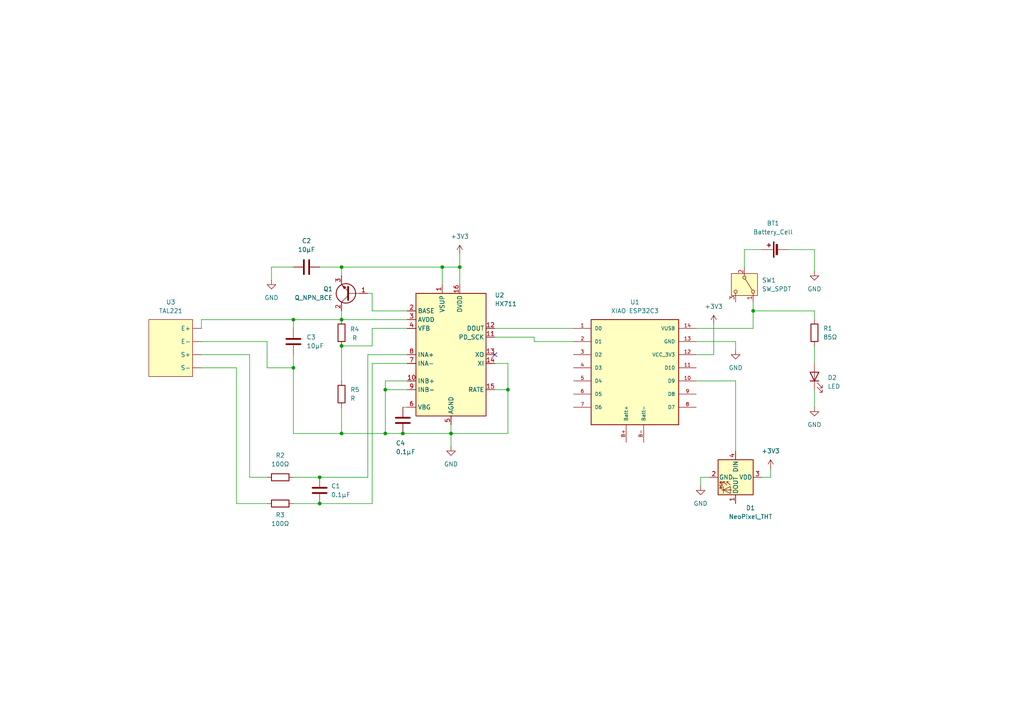
<source format=kicad_sch>
(kicad_sch (version 20250114) (generator "eeschema") (generator_version "9.0")
  (paper "A4")
  (title_block (title "Sensor Device: Smart Coaster") (date "2026-02-02") (rev "v2.0") (company "Smart Water Intake Tracker") (comment 1 "Zihan Yang"))
  (lib_symbols
    (symbol "4xxx_IEEE:TAL221"
      (property "Reference" "U" (at 0 11.938 0))
      (property "Value" "TAL221" (at -0.254 9.652 0))
      (symbol "TAL221_1_1"
        (rectangle (start -6.35 7.62) (end 6.35 -8.89) (fill (type color) (color 255 255 194 1)))
        (pin input line (at 8.89 5.08 180) (length 2.54) (name "E+") (number ""))
        (pin input line (at 8.89 1.27 180) (length 2.54) (name "E-") (number ""))
        (pin input line (at 8.89 -2.54 180) (length 2.54) (name "S+") (number ""))
        (pin input line (at 8.89 -6.35 180) (length 2.54) (name "S-") (number ""))
      )
    )
    (symbol "Analog_ADC:HX711"
      (property "Reference" "U" (at 5.08 21.59 0))
      (property "Value" "HX711" (at 7.62 19.05 0))
      (symbol "HX711_0_1"
        (rectangle (start -10.16 17.78) (end 10.16 -17.78) (stroke (width 0.254)) (fill (type background)))
      )
      (symbol "HX711_1_1"
        (pin passive line (at -12.7 12.7 0) (length 2.54) (name "BASE") (number "2"))
        (pin power_in line (at -12.7 10.16 0) (length 2.54) (name "AVDD") (number "3"))
        (pin input line (at -12.7 7.62 0) (length 2.54) (name "VFB") (number "4"))
        (pin input line (at -12.7 0 0) (length 2.54) (name "INA+") (number "8"))
        (pin input line (at -12.7 -2.54 0) (length 2.54) (name "INA-") (number "7"))
        (pin input line (at -12.7 -7.62 0) (length 2.54) (name "INB+") (number "10"))
        (pin input line (at -12.7 -10.16 0) (length 2.54) (name "INB-") (number "9"))
        (pin passive line (at -12.7 -15.24 0) (length 2.54) (name "VBG") (number "6"))
        (pin power_in line (at -2.54 20.32 270) (length 2.54) (name "VSUP") (number "1"))
        (pin power_in line (at 0 -20.32 90) (length 2.54) (name "AGND") (number "5"))
        (pin power_in line (at 2.54 20.32 270) (length 2.54) (name "DVDD") (number "16"))
        (pin output line (at 12.7 7.62 180) (length 2.54) (name "DOUT") (number "12"))
        (pin input line (at 12.7 5.08 180) (length 2.54) (name "PD_SCK") (number "11"))
        (pin passive line (at 12.7 0 180) (length 2.54) (name "XO") (number "13"))
        (pin passive line (at 12.7 -2.54 180) (length 2.54) (name "XI") (number "14"))
        (pin input line (at 12.7 -10.16 180) (length 2.54) (name "RATE") (number "15"))
      )
    )
    (symbol "Device:Battery_Cell" (pin_numbers (hide yes)) (pin_names (offset 0) (hide yes))
      (property "Reference" "BT" (at 2.54 2.54 0))
      (property "Value" "Battery_Cell" (at 2.54 0 0))
      (symbol "Battery_Cell_0_1"
        (rectangle (start -2.286 1.778) (end 2.286 1.524) (fill (type outline)))
        (rectangle (start -1.524 1.016) (end 1.524 0.508) (fill (type outline)))
        (polyline (pts (xy 0 1.778) (xy 0 2.54)))
        (polyline (pts (xy 0 0.762) (xy 0 0)))
        (polyline (pts (xy 0.762 3.048) (xy 1.778 3.048)) (stroke (width 0.254)))
        (polyline (pts (xy 1.27 3.556) (xy 1.27 2.54)) (stroke (width 0.254)))
      )
      (symbol "Battery_Cell_1_1"
        (pin passive line (at 0 5.08 270) (length 2.54) (name "+") (number "1"))
        (pin passive line (at 0 -2.54 90) (length 2.54) (name "-") (number "2"))
      )
    )
    (symbol "Device:C" (pin_numbers (hide yes)) (pin_names (offset 0.254))
      (property "Reference" "C" (at 0.635 2.54 0))
      (property "Value" "C" (at 0.635 -2.54 0))
      (symbol "C_0_1"
        (polyline (pts (xy -2.032 0.762) (xy 2.032 0.762)) (stroke (width 0.508)))
        (polyline (pts (xy -2.032 -0.762) (xy 2.032 -0.762)) (stroke (width 0.508)))
      )
      (symbol "C_1_1"
        (pin passive line (at 0 3.81 270) (length 2.794) (name "~") (number "1"))
        (pin passive line (at 0 -3.81 90) (length 2.794) (name "~") (number "2"))
      )
    )
    (symbol "Device:LED" (pin_numbers (hide yes)) (pin_names (offset 1.016) (hide yes))
      (property "Reference" "D" (at 0 2.54 0))
      (property "Value" "LED" (at 0 -2.54 0))
      (symbol "LED_0_1"
        (polyline (pts (xy -3.048 -0.762) (xy -4.572 -2.286) (xy -3.81 -2.286) (xy -4.572 -2.286) (xy -4.572 -1.524)))
        (polyline (pts (xy -1.778 -0.762) (xy -3.302 -2.286) (xy -2.54 -2.286) (xy -3.302 -2.286) (xy -3.302 -1.524)))
        (polyline (pts (xy -1.27 0) (xy 1.27 0)))
        (polyline (pts (xy -1.27 -1.27) (xy -1.27 1.27)) (stroke (width 0.254)))
        (polyline (pts (xy 1.27 -1.27) (xy 1.27 1.27) (xy -1.27 0) (xy 1.27 -1.27)) (stroke (width 0.254)))
      )
      (symbol "LED_1_1"
        (pin passive line (at -3.81 0 0) (length 2.54) (name "K") (number "1"))
        (pin passive line (at 3.81 0 180) (length 2.54) (name "A") (number "2"))
      )
    )
    (symbol "Device:R" (pin_numbers (hide yes)) (pin_names (offset 0))
      (property "Reference" "R" (at 2.032 0 90))
      (property "Value" "R" (at 0 0 90))
      (symbol "R_0_1"
        (rectangle (start -1.016 -2.54) (end 1.016 2.54) (stroke (width 0.254)))
      )
      (symbol "R_1_1"
        (pin passive line (at 0 3.81 270) (length 1.27) (name "~") (number "1"))
        (pin passive line (at 0 -3.81 90) (length 1.27) (name "~") (number "2"))
      )
    )
    (symbol "LED:NeoPixel_THT" (pin_names (offset 0.254))
      (property "Reference" "D" (at 5.08 5.715 0))
      (property "Value" "NeoPixel_THT" (at 1.27 -5.715 0))
      (symbol "NeoPixel_THT_0_0"
        (text "RGB" (at 2.286 -4.191 0) (effects (font (size 0.762 0.762))))
      )
      (symbol "NeoPixel_THT_0_1"
        (polyline (pts (xy 1.27 -2.54) (xy 1.778 -2.54)))
        (polyline (pts (xy 1.27 -3.556) (xy 1.778 -3.556)))
        (polyline (pts (xy 2.286 -1.524) (xy 1.27 -2.54) (xy 1.27 -2.032)))
        (polyline (pts (xy 2.286 -2.54) (xy 1.27 -3.556) (xy 1.27 -3.048)))
        (polyline (pts (xy 3.683 -1.016) (xy 3.683 -3.556) (xy 3.683 -4.064)))
        (polyline (pts (xy 4.699 -1.524) (xy 2.667 -1.524) (xy 3.683 -3.556) (xy 4.699 -1.524)))
        (polyline (pts (xy 4.699 -3.556) (xy 2.667 -3.556)))
        (rectangle (start 5.08 5.08) (end -5.08 -5.08) (stroke (width 0.254)) (fill (type background)))
      )
      (symbol "NeoPixel_THT_1_1"
        (pin input line (at -7.62 0 0) (length 2.54) (name "DIN") (number "4"))
        (pin power_in line (at 0 7.62 270) (length 2.54) (name "VDD") (number "3"))
        (pin power_in line (at 0 -7.62 90) (length 2.54) (name "GND") (number "2"))
        (pin output line (at 7.62 0 180) (length 2.54) (name "DOUT") (number "1"))
      )
    )
    (symbol "Switch:SW_SPDT" (pin_names (offset 0) (hide yes))
      (property "Reference" "SW" (at 0 5.08 0))
      (property "Value" "SW_SPDT" (at 0 -5.08 0))
      (symbol "SW_SPDT_0_1"
        (circle (center -2.032 0) (radius 0.4572))
        (polyline (pts (xy -1.651 0.254) (xy 1.651 2.286)))
        (circle (center 2.032 2.54) (radius 0.4572))
        (circle (center 2.032 -2.54) (radius 0.4572))
      )
      (symbol "SW_SPDT_1_1"
        (rectangle (start -3.175 3.81) (end 3.175 -3.81) (fill (type background)))
        (pin passive line (at -5.08 0 0) (length 2.54) (name "B") (number "2"))
        (pin passive line (at 5.08 2.54 180) (length 2.54) (name "A") (number "1"))
        (pin passive line (at 5.08 -2.54 180) (length 2.54) (name "C") (number "3"))
      )
    )
    (symbol "Transistor_BJT:Q_NPN_BCE" (pin_names (offset 0) (hide yes))
      (property "Reference" "Q" (at 5.08 1.27 0))
      (property "Value" "Q_NPN_BCE" (at 5.08 -1.27 0))
      (symbol "Q_NPN_BCE_0_1"
        (polyline (pts (xy -2.54 0) (xy 0.635 0)))
        (polyline (pts (xy 0.635 1.905) (xy 0.635 -1.905)) (stroke (width 0.508)))
        (circle (center 1.27 0) (radius 2.8194) (stroke (width 0.254)))
      )
      (symbol "Q_NPN_BCE_1_1"
        (polyline (pts (xy 0.635 0.635) (xy 2.54 2.54)))
        (polyline (pts (xy 0.635 -0.635) (xy 2.54 -2.54)))
        (polyline (pts (xy 1.27 -1.778) (xy 1.778 -1.27) (xy 2.286 -2.286) (xy 1.27 -1.778)) (fill (type outline)))
        (pin input line (at -5.08 0 0) (length 2.54) (name "B") (number "1"))
        (pin passive line (at 2.54 5.08 270) (length 2.54) (name "C") (number "2"))
        (pin passive line (at 2.54 -5.08 90) (length 2.54) (name "E") (number "3"))
      )
    )
    (symbol "power:+3V3" (power) (pin_numbers (hide yes)) (pin_names (offset 0) (hide yes))
      (property "Value" "+3V3" (at 0 3.556 0))
      (symbol "+3V3_0_1"
        (polyline (pts (xy -0.762 1.27) (xy 0 2.54)))
        (polyline (pts (xy 0 2.54) (xy 0.762 1.27)))
        (polyline (pts (xy 0 0) (xy 0 2.54)))
      )
      (symbol "+3V3_1_1"
        (pin power_in line (at 0 0 90) (length 0) (name "~") (number "1"))
      )
    )
    (symbol "power:GND" (power) (pin_numbers (hide yes)) (pin_names (offset 0) (hide yes))
      (property "Value" "GND" (at 0 -3.81 0))
      (symbol "GND_0_1"
        (polyline (pts (xy 0 0) (xy 0 -1.27) (xy 1.27 -1.27) (xy 0 -2.54) (xy -1.27 -1.27) (xy 0 -1.27)))
      )
      (symbol "GND_1_1"
        (pin power_in line (at 0 0 270) (length 0) (name "~") (number "1"))
      )
    )
    (symbol "xiao_esp32c3:XIAO ESP32C3" (pin_names (offset 1.016))
      (property "Reference" "U" (at -12.7 16.002 0))
      (property "Value" "XIAO ESP32C3" (at 7.62 -19.05 0))
      (symbol "XIAO ESP32C3_0_0"
        (rectangle (start -12.7 15.24) (end 12.7 -15.24) (stroke (width 0.254)) (fill (type background)))
        (pin bidirectional line (at -17.78 12.7 0) (length 5.08) (name "D0") (number "1"))
        (pin bidirectional line (at -17.78 8.89 0) (length 5.08) (name "D1") (number "2"))
        (pin bidirectional line (at -17.78 5.08 0) (length 5.08) (name "D2") (number "3"))
        (pin bidirectional line (at -17.78 1.27 0) (length 5.08) (name "D3") (number "4"))
        (pin bidirectional line (at -17.78 -2.54 0) (length 5.08) (name "D4") (number "5"))
        (pin bidirectional line (at -17.78 -6.35 0) (length 5.08) (name "D5") (number "6"))
        (pin power_in line (at 17.78 12.7 180) (length 5.08) (name "VUSB") (number "14"))
        (pin power_in line (at 17.78 8.89 180) (length 5.08) (name "GND") (number "13"))
        (pin power_in line (at 17.78 5.08 180) (length 5.08) (name "VCC_3V3") (number "12"))
        (pin bidirectional line (at 17.78 1.27 180) (length 5.08) (name "D10") (number "11"))
        (pin bidirectional line (at 17.78 -2.54 180) (length 5.08) (name "D9") (number "10"))
        (pin bidirectional line (at 17.78 -6.35 180) (length 5.08) (name "D8") (number "9"))
      )
      (symbol "XIAO ESP32C3_1_0"
        (pin bidirectional line (at -17.78 -10.16 0) (length 5.08) (name "D6") (number "7"))
        (pin power_in line (at -2.54 -20.32 90) (length 5.08) (name "Batt+") (number "B+"))
        (pin power_in line (at 2.54 -20.32 90) (length 5.08) (name "Batt-") (number "B-"))
        (pin bidirectional line (at 17.78 -10.16 180) (length 5.08) (name "D7") (number "8"))
      )
    )
  )
  (junction (at 111.76 125.73))
  (junction (at 218.44 90.17))
  (junction (at 111.76 113.03))
  (junction (at 133.35 77.47))
  (junction (at 130.81 125.73))
  (junction (at 99.06 125.73))
  (junction (at 128.27 77.47))
  (junction (at 99.06 92.71))
  (junction (at 147.32 113.03))
  (junction (at 99.06 100.33))
  (junction (at 116.84 125.73))
  (junction (at 99.06 77.47))
  (junction (at 92.71 146.05))
  (junction (at 85.09 106.68))
  (junction (at 92.71 138.43))
  (junction (at 85.09 92.71))
  (no_connect (at 143.51 102.87))
  (wire (pts (xy 218.44 95.25) (xy 218.44 90.17)))
  (wire (pts (xy 220.98 138.43) (xy 223.52 138.43)))
  (wire (pts (xy 92.71 138.43) (xy 106.68 138.43)))
  (wire (pts (xy 143.51 97.79) (xy 154.94 97.79)))
  (wire (pts (xy 106.68 102.87) (xy 106.68 138.43)))
  (wire (pts (xy 118.11 105.41) (xy 107.95 105.41)))
  (wire (pts (xy 106.68 85.09) (xy 107.95 85.09)))
  (wire (pts (xy 99.06 90.17) (xy 99.06 92.71)))
  (wire (pts (xy 58.42 106.68) (xy 68.58 106.68)))
  (wire (pts (xy 236.22 92.71) (xy 236.22 90.17)))
  (wire (pts (xy 72.39 138.43) (xy 77.47 138.43)))
  (wire (pts (xy 92.71 77.47) (xy 99.06 77.47)))
  (wire (pts (xy 107.95 100.33) (xy 99.06 100.33)))
  (wire (pts (xy 111.76 125.73) (xy 116.84 125.73)))
  (wire (pts (xy 77.47 99.06) (xy 58.42 99.06)))
  (wire (pts (xy 58.42 102.87) (xy 72.39 102.87)))
  (wire (pts (xy 201.93 95.25) (xy 218.44 95.25)))
  (wire (pts (xy 236.22 113.03) (xy 236.22 118.11)))
  (wire (pts (xy 147.32 125.73) (xy 130.81 125.73)))
  (wire (pts (xy 228.6 72.39) (xy 236.22 72.39)))
  (wire (pts (xy 236.22 100.33) (xy 236.22 105.41)))
  (wire (pts (xy 78.74 81.28) (xy 78.74 77.47)))
  (wire (pts (xy 143.51 113.03) (xy 147.32 113.03)))
  (wire (pts (xy 130.81 125.73) (xy 130.81 129.54)))
  (wire (pts (xy 213.36 99.06) (xy 213.36 101.6)))
  (wire (pts (xy 133.35 77.47) (xy 133.35 82.55)))
  (wire (pts (xy 99.06 80.01) (xy 99.06 77.47)))
  (wire (pts (xy 116.84 125.73) (xy 130.81 125.73)))
  (wire (pts (xy 154.94 99.06) (xy 166.37 99.06)))
  (wire (pts (xy 92.71 146.05) (xy 107.95 146.05)))
  (wire (pts (xy 213.36 110.49) (xy 213.36 130.81)))
  (wire (pts (xy 215.9 72.39) (xy 220.98 72.39)))
  (wire (pts (xy 201.93 102.87) (xy 207.01 102.87)))
  (wire (pts (xy 143.51 105.41) (xy 147.32 105.41)))
  (wire (pts (xy 147.32 105.41) (xy 147.32 113.03)))
  (wire (pts (xy 72.39 102.87) (xy 72.39 138.43)))
  (wire (pts (xy 99.06 77.47) (xy 128.27 77.47)))
  (wire (pts (xy 99.06 118.11) (xy 99.06 125.73)))
  (wire (pts (xy 85.09 146.05) (xy 92.71 146.05)))
  (wire (pts (xy 218.44 90.17) (xy 236.22 90.17)))
  (wire (pts (xy 85.09 92.71) (xy 99.06 92.71)))
  (wire (pts (xy 85.09 125.73) (xy 99.06 125.73)))
  (wire (pts (xy 107.95 95.25) (xy 107.95 100.33)))
  (wire (pts (xy 223.52 138.43) (xy 223.52 135.89)))
  (wire (pts (xy 215.9 77.47) (xy 215.9 72.39)))
  (wire (pts (xy 236.22 72.39) (xy 236.22 78.74)))
  (wire (pts (xy 107.95 95.25) (xy 118.11 95.25)))
  (wire (pts (xy 154.94 97.79) (xy 154.94 99.06)))
  (wire (pts (xy 107.95 85.09) (xy 107.95 90.17)))
  (wire (pts (xy 77.47 106.68) (xy 85.09 106.68)))
  (wire (pts (xy 201.93 99.06) (xy 213.36 99.06)))
  (wire (pts (xy 107.95 105.41) (xy 107.95 146.05)))
  (wire (pts (xy 107.95 90.17) (xy 118.11 90.17)))
  (wire (pts (xy 203.2 138.43) (xy 205.74 138.43)))
  (wire (pts (xy 203.2 140.97) (xy 203.2 138.43)))
  (wire (pts (xy 201.93 110.49) (xy 213.36 110.49)))
  (wire (pts (xy 128.27 77.47) (xy 128.27 82.55)))
  (wire (pts (xy 85.09 92.71) (xy 85.09 95.25)))
  (wire (pts (xy 85.09 106.68) (xy 85.09 125.73)))
  (wire (pts (xy 207.01 93.98) (xy 207.01 102.87)))
  (wire (pts (xy 58.42 92.71) (xy 85.09 92.71)))
  (wire (pts (xy 111.76 110.49) (xy 111.76 113.03)))
  (wire (pts (xy 99.06 125.73) (xy 111.76 125.73)))
  (wire (pts (xy 118.11 102.87) (xy 106.68 102.87)))
  (wire (pts (xy 128.27 77.47) (xy 133.35 77.47)))
  (wire (pts (xy 116.84 118.11) (xy 118.11 118.11)))
  (wire (pts (xy 118.11 113.03) (xy 111.76 113.03)))
  (wire (pts (xy 118.11 110.49) (xy 111.76 110.49)))
  (wire (pts (xy 99.06 92.71) (xy 118.11 92.71)))
  (wire (pts (xy 68.58 146.05) (xy 77.47 146.05)))
  (wire (pts (xy 111.76 113.03) (xy 111.76 125.73)))
  (wire (pts (xy 77.47 99.06) (xy 77.47 106.68)))
  (wire (pts (xy 218.44 90.17) (xy 218.44 87.63)))
  (wire (pts (xy 147.32 113.03) (xy 147.32 125.73)))
  (wire (pts (xy 58.42 95.25) (xy 58.42 92.71)))
  (wire (pts (xy 130.81 123.19) (xy 130.81 125.73)))
  (wire (pts (xy 78.74 77.47) (xy 85.09 77.47)))
  (wire (pts (xy 133.35 73.66) (xy 133.35 77.47)))
  (wire (pts (xy 143.51 95.25) (xy 166.37 95.25)))
  (wire (pts (xy 85.09 102.87) (xy 85.09 106.68)))
  (wire (pts (xy 85.09 138.43) (xy 92.71 138.43)))
  (wire (pts (xy 99.06 100.33) (xy 99.06 110.49)))
  (wire (pts (xy 68.58 106.68) (xy 68.58 146.05)))
  (symbol (lib_id "power:GND") (at 203.2 140.97 0) (unit 1)
    (property "Reference" "#PWR02" (effects (hide yes)))
    (property "Value" "GND" (at 203.2 146.05 0))
    (property "Description" "Power symbol creates a global label with name \"GND\" , ground" (effects (hide yes)))
  )
  (symbol (lib_id "Device:R") (at 236.22 96.52 0) (unit 1)
    (property "Reference" "R1" (at 238.76 95.2499 0) (effects (justify left)))
    (property "Value" "85Ω" (at 238.76 97.7899 0) (effects (justify left)))
    (property "Description" "Resistor" (effects (hide yes)))
  )
  (symbol (lib_id "power:GND") (at 236.22 78.74 0) (unit 1)
    (property "Reference" "#PWR01" (effects (hide yes)))
    (property "Value" "GND" (at 236.22 83.82 0))
    (property "Description" "Power symbol creates a global label with name \"GND\" , ground" (effects (hide yes)))
  )
  (symbol (lib_id "Device:C") (at 88.9 77.47 90) (unit 1)
    (property "Reference" "C2" (at 88.9 69.85 90))
    (property "Value" "10µF" (at 88.9 72.39 90))
    (property "Description" "Unpolarized capacitor" (effects (hide yes)))
  )
  (symbol (lib_id "Device:R") (at 99.06 114.3 0) (unit 1)
    (property "Reference" "R5" (at 101.6 113.0299 0) (effects (justify left)))
    (property "Value" "R" (at 101.6 115.5699 0) (effects (justify left)))
    (property "Description" "Resistor" (effects (hide yes)))
  )
  (symbol (lib_id "power:+3V3") (at 223.52 135.89 0) (unit 1)
    (property "Reference" "#PWR07" (effects (hide yes)))
    (property "Value" "+3V3" (at 223.52 130.81 0))
    (property "Description" "Power symbol creates a global label with name \"+3V3\"" (effects (hide yes)))
  )
  (symbol (lib_id "Device:R") (at 81.28 138.43 90) (unit 1)
    (property "Reference" "R2" (at 81.28 132.08 90))
    (property "Value" "100Ω" (at 81.28 134.62 90))
    (property "Description" "Resistor" (effects (hide yes)))
  )
  (symbol (lib_id "power:GND") (at 78.74 81.28 0) (unit 1)
    (property "Reference" "#PWR09" (effects (hide yes)))
    (property "Value" "GND" (at 78.74 86.36 0))
    (property "Description" "Power symbol creates a global label with name \"GND\" , ground" (effects (hide yes)))
  )
  (symbol (lib_id "Device:R") (at 99.06 96.52 180) (unit 1)
    (property "Reference" "R4" (at 102.87 95.504 0))
    (property "Value" "R" (at 102.87 98.044 0))
    (property "Description" "Resistor" (effects (hide yes)))
  )
  (symbol (lib_id "Device:C") (at 116.84 121.92 0) (unit 1)
    (property "Reference" "C4" (at 114.808 128.524 0) (effects (justify left)))
    (property "Value" "0.1µF" (at 114.808 131.064 0) (effects (justify left)))
    (property "Description" "Unpolarized capacitor" (effects (hide yes)))
  )
  (symbol (lib_id "Device:Battery_Cell") (at 226.06 72.39 90) (unit 1)
    (property "Reference" "BT1" (at 224.2185 64.77 90))
    (property "Value" "Battery_Cell" (at 224.2185 67.31 90))
    (property "Description" "Single-cell battery" (effects (hide yes)))
  )
  (symbol (lib_id "Analog_ADC:HX711") (at 130.81 102.87 0) (unit 1)
    (property "Reference" "U2" (at 143.51 85.598 0) (effects (justify left)))
    (property "Value" "HX711" (at 143.51 88.138 0) (effects (justify left)))
    (property "Footprint" "Package_SO:SOIC-16_3.9x9.9mm_P1.27mm" (effects (hide yes)))
    (property "Datasheet" "https://web.archive.org/web/20220615044707/https://akizukidenshi.com/download/ds/avia/hx711.pdf" (effects (hide yes)))
    (property "Description" "24-bit Analog-to-Digital Converter (ADC) for Weight Scales, SOIC-16 (SOP-16)" (effects (hide yes)))
  )
  (symbol (lib_id "Device:C") (at 85.09 99.06 0) (unit 1)
    (property "Reference" "C3" (at 88.9 97.7899 0) (effects (justify left)))
    (property "Value" "10µF" (at 88.9 100.3299 0) (effects (justify left)))
    (property "Description" "Unpolarized capacitor" (effects (hide yes)))
  )
  (symbol (lib_id "Device:LED") (at 236.22 109.22 90) (unit 1)
    (property "Reference" "D2" (at 240.03 109.5374 90) (effects (justify right)))
    (property "Value" "LED" (at 240.03 112.0774 90) (effects (justify right)))
    (property "Description" "Light emitting diode" (effects (hide yes)))
    (property "Sim.Pins" "1=K 2=A" (effects (hide yes)))
  )
  (symbol (lib_id "power:GND") (at 130.81 129.54 0) (unit 1)
    (property "Reference" "#PWR04" (effects (hide yes)))
    (property "Value" "GND" (at 130.81 134.62 0))
    (property "Description" "Power symbol creates a global label with name \"GND\" , ground" (effects (hide yes)))
  )
  (symbol (lib_id "Switch:SW_SPDT") (at 215.9 82.55 270) (unit 1)
    (property "Reference" "SW1" (at 220.98 81.2799 90) (effects (justify left)))
    (property "Value" "SW_SPDT" (at 220.98 83.8199 90) (effects (justify left)))
    (property "Description" "Switch, single pole double throw" (effects (hide yes)))
  )
  (symbol (lib_id "power:GND") (at 236.22 118.11 0) (unit 1)
    (property "Reference" "#PWR03" (effects (hide yes)))
    (property "Value" "GND" (at 236.22 123.19 0))
    (property "Description" "Power symbol creates a global label with name \"GND\" , ground" (effects (hide yes)))
  )
  (symbol (lib_id "4xxx_IEEE:TAL221") (at 49.53 100.33 0) (unit 1)
    (property "Reference" "U3" (at 49.53 87.63 0))
    (property "Value" "TAL221" (at 49.53 90.17 0))
  )
  (symbol (lib_id "LED:NeoPixel_THT") (at 213.36 138.43 270) (unit 1)
    (property "Reference" "D1" (at 217.678 147.32 90))
    (property "Value" "NeoPixel_THT" (at 217.678 149.86 90))
    (property "Datasheet" "https://www.adafruit.com/product/1938" (effects (hide yes)))
    (property "Description" "RGB LED with integrated controller, 5mm/8mm LED package" (effects (hide yes)))
  )
  (symbol (lib_id "Device:C") (at 92.71 142.24 0) (unit 1)
    (property "Reference" "C1" (at 96.012 140.97 0) (effects (justify left)))
    (property "Value" "0.1µF" (at 96.012 143.51 0) (effects (justify left)))
    (property "Description" "Unpolarized capacitor" (effects (hide yes)))
  )
  (symbol (lib_id "power:+3V3") (at 207.01 93.98 0) (unit 1)
    (property "Reference" "#PWR05" (effects (hide yes)))
    (property "Value" "+3V3" (at 207.01 88.9 0))
    (property "Description" "Power symbol creates a global label with name \"+3V3\"" (effects (hide yes)))
  )
  (symbol (lib_id "Transistor_BJT:Q_NPN_BCE") (at 101.6 85.09 180) (unit 1)
    (property "Reference" "Q1" (at 96.52 83.8199 0) (effects (justify left)))
    (property "Value" "Q_NPN_BCE" (at 96.52 86.3599 0) (effects (justify left)))
    (property "Description" "NPN transistor, base/collector/emitter" (effects (hide yes)))
  )
  (symbol (lib_id "Device:R") (at 81.28 146.05 90) (unit 1)
    (property "Reference" "R3" (at 81.28 149.352 90))
    (property "Value" "100Ω" (at 81.28 151.892 90))
    (property "Description" "Resistor" (effects (hide yes)))
  )
  (symbol (lib_id "xiao_esp32c3:XIAO ESP32C3") (at 184.15 107.95 0) (unit 1)
    (property "Reference" "U1" (at 184.15 87.63 0))
    (property "Value" "XIAO ESP32C3" (at 184.15 90.17 0))
    (property "Footprint" "XIAO_ESP32C3:xiao_esp32c3" (effects (hide yes)))
    (property "Datasheet" "https://files.seeedstudio.com/wiki/Seeed-Studio-XIAO-ESP32/esp32-c3_datasheet.pdf" (effects (hide yes)))
    (property "Description" "ESP32C3 Transceiver Evaluation Board" (effects (hide yes)))
    (property "MANUFACTURER" "Seeed Technology" (effects (hide yes)))
  )
  (symbol (lib_id "power:+3V3") (at 133.35 73.66 0) (unit 1)
    (property "Reference" "#PWR08" (effects (hide yes)))
    (property "Value" "+3V3" (at 133.35 68.58 0))
    (property "Description" "Power symbol creates a global label with name \"+3V3\"" (effects (hide yes)))
  )
  (symbol (lib_id "power:GND") (at 213.36 101.6 0) (unit 1)
    (property "Reference" "#PWR06" (effects (hide yes)))
    (property "Value" "GND" (at 213.36 106.68 0))
    (property "Description" "Power symbol creates a global label with name \"GND\" , ground" (effects (hide yes)))
  )
)
</source>
